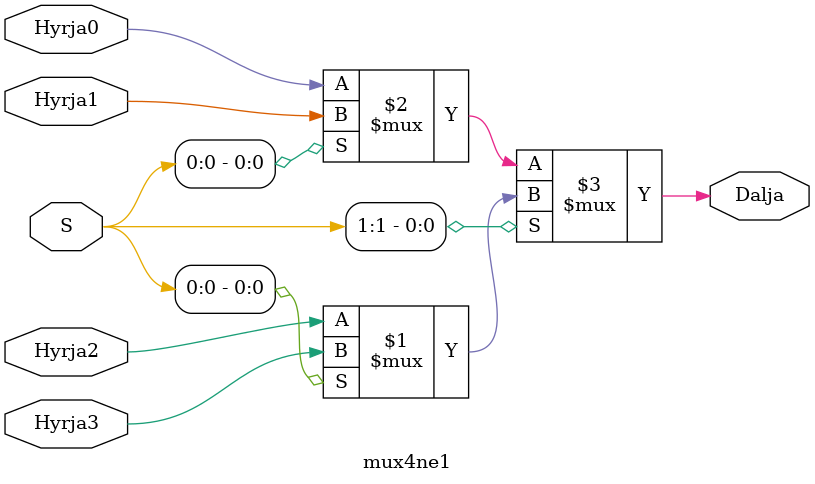
<source format=v>
`timescale 1ns / 1ps


module mux4ne1(
    input Hyrja0,
    input Hyrja1,
    input Hyrja2,
    input Hyrja3,
    input [1:0] S,
    output Dalja
    );
    
    assign Dalja = S[1] ? (S[0] ? Hyrja3 : Hyrja2) : (S[0] ? Hyrja1 : Hyrja0);
    
endmodule


</source>
